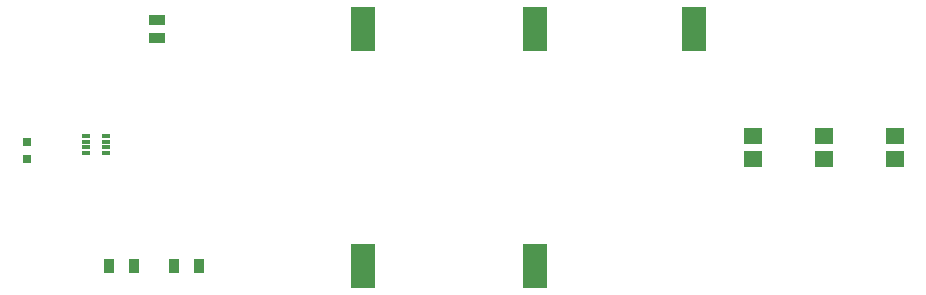
<source format=gtp>
G04*
G04 #@! TF.GenerationSoftware,Altium Limited,Altium Designer,25.2.1 (25)*
G04*
G04 Layer_Color=8421504*
%FSLAX45Y45*%
%MOMM*%
G71*
G04*
G04 #@! TF.SameCoordinates,8265950A-D21A-4FE0-9DEA-03CE8DDB5557*
G04*
G04*
G04 #@! TF.FilePolarity,Positive*
G04*
G01*
G75*
%ADD15R,2.03000X3.80000*%
%ADD16R,1.55000X1.35000*%
G04:AMPARAMS|DCode=17|XSize=0.76mm|YSize=0.32mm|CornerRadius=0.04mm|HoleSize=0mm|Usage=FLASHONLY|Rotation=0.000|XOffset=0mm|YOffset=0mm|HoleType=Round|Shape=RoundedRectangle|*
%AMROUNDEDRECTD17*
21,1,0.76000,0.24000,0,0,0.0*
21,1,0.68000,0.32000,0,0,0.0*
1,1,0.08000,0.34000,-0.12000*
1,1,0.08000,-0.34000,-0.12000*
1,1,0.08000,-0.34000,0.12000*
1,1,0.08000,0.34000,0.12000*
%
%ADD17ROUNDEDRECTD17*%
%ADD18R,0.80000X0.80000*%
%ADD19R,1.35000X0.95000*%
%ADD20R,0.90000X1.30000*%
D15*
X3200000Y2500000D02*
D03*
X4650000D02*
D03*
X6000000D02*
D03*
X4650000Y500000D02*
D03*
X3200000D02*
D03*
D16*
X6500000Y1597500D02*
D03*
Y1402500D02*
D03*
X7100000Y1597500D02*
D03*
Y1402500D02*
D03*
X7700000Y1597500D02*
D03*
Y1402500D02*
D03*
D17*
X850000Y1600000D02*
D03*
Y1550000D02*
D03*
Y1500000D02*
D03*
Y1450000D02*
D03*
X1017000D02*
D03*
Y1500000D02*
D03*
Y1550000D02*
D03*
Y1600000D02*
D03*
D18*
X350000Y1550000D02*
D03*
Y1400000D02*
D03*
D19*
X1450000Y2425000D02*
D03*
Y2575000D02*
D03*
D20*
X1255000Y500000D02*
D03*
X1045000D02*
D03*
X1805000D02*
D03*
X1595000D02*
D03*
M02*

</source>
